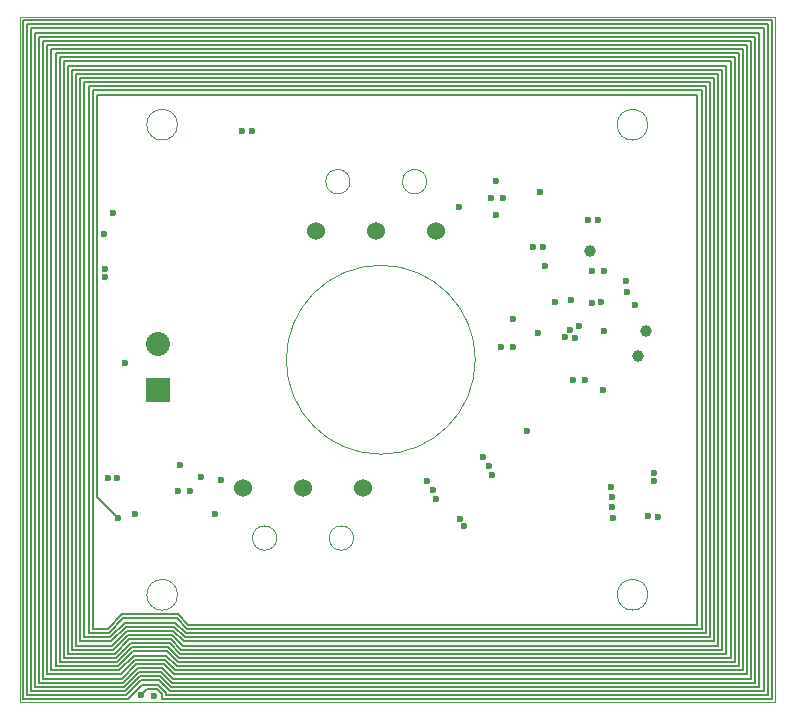
<source format=gbr>
%TF.GenerationSoftware,KiCad,Pcbnew,5.0.2-bee76a0~70~ubuntu18.04.1*%
%TF.CreationDate,2020-02-29T17:25:56-08:00*%
%TF.ProjectId,ypanel,7970616e-656c-42e6-9b69-6361645f7063,rev?*%
%TF.SameCoordinates,Original*%
%TF.FileFunction,Copper,L3,Inr*%
%TF.FilePolarity,Positive*%
%FSLAX46Y46*%
G04 Gerber Fmt 4.6, Leading zero omitted, Abs format (unit mm)*
G04 Created by KiCad (PCBNEW 5.0.2-bee76a0~70~ubuntu18.04.1) date Sat 29 Feb 2020 05:25:56 PM PST*
%MOMM*%
%LPD*%
G01*
G04 APERTURE LIST*
%ADD10C,0.100000*%
%ADD11C,0.050000*%
%ADD12C,2.032000*%
%ADD13R,2.032000X2.032000*%
%ADD14C,1.000000*%
%ADD15C,1.524000*%
%ADD16C,0.600000*%
%ADD17C,0.190000*%
G04 APERTURE END LIST*
D10*
X151587000Y-99000001D02*
G75*
G03X151587000Y-99000001I-8000000J0D01*
G01*
X134779564Y-114100000D02*
G75*
G03X134779564Y-114100000I-1029564J0D01*
G01*
X141279564Y-114100000D02*
G75*
G03X141279564Y-114100000I-1029564J0D01*
G01*
X126375000Y-118900000D02*
G75*
G03X126375000Y-118900000I-1300000J0D01*
G01*
X140979564Y-83920436D02*
G75*
G03X140979564Y-83920436I-1029564J0D01*
G01*
X147479564Y-83920436D02*
G75*
G03X147479564Y-83920436I-1029564J0D01*
G01*
X176975000Y-70000000D02*
X176975000Y-128000000D01*
X166200000Y-118900000D02*
G75*
G03X166200000Y-118900000I-1300000J0D01*
G01*
D11*
X126372800Y-79100000D02*
G75*
G03X126372800Y-79100000I-1300000J0D01*
G01*
D10*
X166195000Y-79102480D02*
G75*
G03X166195000Y-79102480I-1300000J0D01*
G01*
X176975000Y-70000000D02*
X113000000Y-70000000D01*
X113000000Y-128000000D02*
X176975000Y-128000000D01*
X113000000Y-70000000D02*
X113000000Y-128000000D01*
D12*
X124764800Y-97691060D03*
D13*
X124764800Y-101546660D03*
D14*
X161267720Y-89773460D03*
X166000000Y-96550000D03*
X165350000Y-98650000D03*
D15*
X142080000Y-109900000D03*
X137000000Y-109900000D03*
X131920000Y-109900000D03*
X148300000Y-88100000D03*
X143200000Y-88100000D03*
X138100000Y-88100000D03*
D16*
X150197820Y-86072980D03*
X159634500Y-96507000D03*
X160900000Y-100750000D03*
X160350000Y-96150000D03*
X159200000Y-97050000D03*
X160050000Y-97150000D03*
X158295807Y-94129012D03*
X163220400Y-112369600D03*
X161450000Y-94200000D03*
X150650000Y-113100000D03*
X150300000Y-112450000D03*
X161450000Y-91500000D03*
X165100000Y-94350000D03*
X164350000Y-92300000D03*
X154750000Y-97900000D03*
X153750000Y-97950000D03*
X121900000Y-99250000D03*
X128400000Y-108900000D03*
X130050000Y-109150000D03*
X122800000Y-112050000D03*
X131800000Y-79600000D03*
X132650000Y-79600000D03*
X120200000Y-91300000D03*
X120200000Y-92000000D03*
X120500000Y-109000000D03*
X121250000Y-109000000D03*
X152250000Y-107250000D03*
X152750000Y-108000000D03*
X153000000Y-108750000D03*
X147500000Y-109250000D03*
X148000000Y-110000000D03*
X148250000Y-110750000D03*
X159850000Y-100750000D03*
X162250000Y-94150000D03*
X157483120Y-91084100D03*
X163200000Y-111500000D03*
X126450000Y-110150000D03*
X155950000Y-105000000D03*
X126600000Y-107950000D03*
X157050000Y-84800000D03*
X156876844Y-96740660D03*
X162450000Y-91500000D03*
X154750000Y-95550000D03*
X163200000Y-110650000D03*
X129550000Y-112050000D03*
X127400000Y-110150000D03*
X163100000Y-109750000D03*
X166200000Y-112250000D03*
X153340597Y-83865157D03*
X161100000Y-87150000D03*
X166700000Y-109300000D03*
X161950000Y-87150000D03*
X166700000Y-108550000D03*
X167100000Y-112300000D03*
X153339000Y-86767200D03*
X124400000Y-127450000D03*
X123250000Y-127400000D03*
X121300000Y-112395000D03*
X120142000Y-88392000D03*
X120950000Y-86550000D03*
X152894500Y-85332100D03*
X153897800Y-85332100D03*
X162450000Y-96600000D03*
X162400000Y-101550000D03*
X159670844Y-93971156D03*
X164400000Y-93250000D03*
X157361200Y-89420400D03*
X156497600Y-89420400D03*
D17*
X115700000Y-125300000D02*
X115700000Y-72700000D01*
X170400000Y-76550000D02*
X170400000Y-121450000D01*
X119550000Y-76550000D02*
X170400000Y-76550000D01*
X121450000Y-72000000D02*
X121500000Y-72000000D01*
X129650000Y-73050000D02*
X173900000Y-73050000D01*
X129550000Y-73050000D02*
X129650000Y-73050000D01*
X173900000Y-124950000D02*
X126300000Y-124950000D01*
X120650000Y-72700000D02*
X120800000Y-72700000D01*
X119450000Y-73400000D02*
X120100000Y-73400000D01*
X129200000Y-72700000D02*
X129350000Y-72700000D01*
X129350000Y-72700000D02*
X120650000Y-72700000D01*
X115700000Y-72700000D02*
X120650000Y-72700000D01*
X170400000Y-121450000D02*
X127300000Y-121450000D01*
X173900000Y-73050000D02*
X173900000Y-124950000D01*
X123800000Y-126850000D02*
X123250000Y-127400000D01*
X124600000Y-126850000D02*
X123800000Y-126850000D01*
X125050000Y-127300000D02*
X124600000Y-126850000D01*
X176622010Y-127727990D02*
X125050000Y-127727990D01*
X125800000Y-126700000D02*
X124900000Y-125800000D01*
X176702990Y-127697010D02*
X176652990Y-127697010D01*
X176702990Y-126802990D02*
X176702990Y-127697010D01*
X125400000Y-127400000D02*
X125400000Y-127200000D01*
X176700000Y-70272010D02*
X176700000Y-126800000D01*
X113272010Y-70272010D02*
X176700000Y-70272010D01*
X176700000Y-126800000D02*
X176702990Y-126802990D01*
X113272010Y-127727990D02*
X113272010Y-70272010D01*
X124700000Y-126500000D02*
X123400000Y-126500000D01*
X122050000Y-127400000D02*
X113600000Y-127400000D01*
X124800000Y-126150000D02*
X123300000Y-126150000D01*
X125700000Y-127050000D02*
X124800000Y-126150000D01*
X176000000Y-127050000D02*
X125700000Y-127050000D01*
X125400000Y-127200000D02*
X124700000Y-126500000D01*
X176000000Y-70950000D02*
X176000000Y-127050000D01*
X113950000Y-70950000D02*
X176000000Y-70950000D01*
X113950000Y-127050000D02*
X113950000Y-70950000D01*
X124900000Y-125800000D02*
X123200000Y-125800000D01*
X175650000Y-71300000D02*
X175650000Y-126700000D01*
X176652990Y-127697010D02*
X176622010Y-127727990D01*
X121850000Y-126700000D02*
X114300000Y-126700000D01*
X122172010Y-127727990D02*
X113272010Y-127727990D01*
X176350000Y-70600000D02*
X176350000Y-127400000D01*
X123200000Y-125800000D02*
X121950000Y-127050000D01*
X113600000Y-127400000D02*
X113600000Y-70600000D01*
X123100000Y-125450000D02*
X121850000Y-126700000D01*
X174950000Y-72000000D02*
X174950000Y-126000000D01*
X125900000Y-126350000D02*
X125000000Y-125450000D01*
X123300000Y-126150000D02*
X122050000Y-127400000D01*
X125000000Y-125450000D02*
X123100000Y-125450000D01*
X176350000Y-127400000D02*
X125400000Y-127400000D01*
X113600000Y-70600000D02*
X176350000Y-70600000D01*
X125100000Y-125100000D02*
X123000000Y-125100000D01*
X175300000Y-71650000D02*
X175300000Y-126350000D01*
X121950000Y-127050000D02*
X113950000Y-127050000D01*
X114650000Y-71650000D02*
X175300000Y-71650000D01*
X123000000Y-125100000D02*
X121750000Y-126350000D01*
X114300000Y-126700000D02*
X114300000Y-71300000D01*
X175650000Y-126700000D02*
X125800000Y-126700000D01*
X123400000Y-126500000D02*
X122172010Y-127727990D01*
X114300000Y-71300000D02*
X175650000Y-71300000D01*
X175300000Y-126350000D02*
X125900000Y-126350000D01*
X125050000Y-127727990D02*
X125050000Y-127300000D01*
X114650000Y-126350000D02*
X114650000Y-71650000D01*
X121750000Y-126350000D02*
X114650000Y-126350000D01*
X174950000Y-126000000D02*
X126000000Y-126000000D01*
X126000000Y-126000000D02*
X125100000Y-125100000D01*
X121450000Y-72000000D02*
X174950000Y-72000000D01*
X115000000Y-72000000D02*
X121450000Y-72000000D01*
X122900000Y-124750000D02*
X121650000Y-126000000D01*
X174600000Y-125650000D02*
X126100000Y-125650000D01*
X174600000Y-72350000D02*
X174600000Y-125650000D01*
X115350000Y-72350000D02*
X174600000Y-72350000D01*
X126100000Y-125650000D02*
X125200000Y-124750000D01*
X115350000Y-125650000D02*
X115350000Y-72350000D01*
X115000000Y-126000000D02*
X115000000Y-72000000D01*
X121650000Y-126000000D02*
X115000000Y-126000000D01*
X121550000Y-125650000D02*
X115350000Y-125650000D01*
X125200000Y-124750000D02*
X122900000Y-124750000D01*
X126200000Y-125300000D02*
X125300000Y-124400000D01*
X122800000Y-124400000D02*
X121550000Y-125650000D01*
X125300000Y-124400000D02*
X122800000Y-124400000D01*
X174250000Y-125300000D02*
X126200000Y-125300000D01*
X174250000Y-72700000D02*
X174250000Y-125300000D01*
X129350000Y-72700000D02*
X174250000Y-72700000D01*
X115700000Y-125300000D02*
X121450000Y-125300000D01*
X121450000Y-125300000D02*
X122700000Y-124050000D01*
X125400000Y-124050000D02*
X126300000Y-124950000D01*
X122700000Y-124050000D02*
X125400000Y-124050000D01*
X120450000Y-73050000D02*
X129650000Y-73050000D01*
X116050000Y-73050000D02*
X120450000Y-73050000D01*
X121350000Y-124950000D02*
X116050000Y-124950000D01*
X122600000Y-123700000D02*
X121350000Y-124950000D01*
X125500000Y-123700000D02*
X122600000Y-123700000D01*
X126400000Y-124600000D02*
X125500000Y-123700000D01*
X173550000Y-124600000D02*
X126400000Y-124600000D01*
X173550000Y-73400000D02*
X173550000Y-124600000D01*
X116050000Y-124950000D02*
X116050000Y-73050000D01*
X119450000Y-73400000D02*
X173550000Y-73400000D01*
X121250000Y-124600000D02*
X116400000Y-124600000D01*
X122500000Y-123350000D02*
X121250000Y-124600000D01*
X125600000Y-123350000D02*
X122500000Y-123350000D01*
X126500000Y-124250000D02*
X125600000Y-123350000D01*
X173200000Y-124250000D02*
X126500000Y-124250000D01*
X116750000Y-73750000D02*
X173200000Y-73750000D01*
X116750000Y-124250000D02*
X116750000Y-73750000D01*
X121150000Y-124250000D02*
X116750000Y-124250000D01*
X125700000Y-123000000D02*
X122400000Y-123000000D01*
X172850000Y-123900000D02*
X126600000Y-123900000D01*
X117100000Y-74100000D02*
X172850000Y-74100000D01*
X118500000Y-122500000D02*
X118500000Y-75500000D01*
X172500000Y-123550000D02*
X126700000Y-123550000D01*
X125900000Y-122300000D02*
X122200000Y-122300000D01*
X126800000Y-123200000D02*
X125900000Y-122300000D01*
X117450000Y-74450000D02*
X172500000Y-74450000D01*
X117800000Y-123200000D02*
X117800000Y-74800000D01*
X126600000Y-123900000D02*
X125700000Y-123000000D01*
X125800000Y-122650000D02*
X122300000Y-122650000D01*
X173200000Y-73750000D02*
X173200000Y-124250000D01*
X172150000Y-123200000D02*
X126800000Y-123200000D01*
X126000000Y-121950000D02*
X122100000Y-121950000D01*
X122400000Y-123000000D02*
X121150000Y-124250000D01*
X119200000Y-121800000D02*
X119200000Y-76200000D01*
X126900000Y-122850000D02*
X126000000Y-121950000D01*
X122100000Y-121950000D02*
X120850000Y-123200000D01*
X126200000Y-121250000D02*
X121900000Y-121250000D01*
X118150000Y-75150000D02*
X171800000Y-75150000D01*
X118150000Y-122850000D02*
X118150000Y-75150000D01*
X120750000Y-122850000D02*
X118150000Y-122850000D01*
X172500000Y-74450000D02*
X172500000Y-123550000D01*
X126100000Y-121600000D02*
X122000000Y-121600000D01*
X170750000Y-121800000D02*
X127200000Y-121800000D01*
X171450000Y-122500000D02*
X127000000Y-122500000D01*
X118500000Y-75500000D02*
X171450000Y-75500000D01*
X117450000Y-123550000D02*
X117450000Y-74450000D01*
X170750000Y-76200000D02*
X170750000Y-121800000D01*
X120650000Y-122500000D02*
X118500000Y-122500000D01*
X116400000Y-73400000D02*
X119450000Y-73400000D01*
X117100000Y-123900000D02*
X117100000Y-74100000D01*
X127000000Y-122500000D02*
X126100000Y-121600000D01*
X171450000Y-75500000D02*
X171450000Y-122500000D01*
X122300000Y-122650000D02*
X121050000Y-123900000D01*
X121900000Y-121250000D02*
X120650000Y-122500000D01*
X117800000Y-74800000D02*
X172150000Y-74800000D01*
X122200000Y-122300000D02*
X120950000Y-123550000D01*
X116400000Y-124600000D02*
X116400000Y-73400000D01*
X122000000Y-121600000D02*
X120750000Y-122850000D01*
X171800000Y-122850000D02*
X126900000Y-122850000D01*
X171800000Y-75150000D02*
X171800000Y-122850000D01*
X121050000Y-123900000D02*
X117100000Y-123900000D01*
X127100000Y-122150000D02*
X126200000Y-121250000D01*
X171100000Y-122150000D02*
X127100000Y-122150000D01*
X120550000Y-122150000D02*
X118850000Y-122150000D01*
X172150000Y-74800000D02*
X172150000Y-123200000D01*
X118850000Y-75850000D02*
X171100000Y-75850000D01*
X120850000Y-123200000D02*
X117800000Y-123200000D01*
X118850000Y-122150000D02*
X118850000Y-75850000D01*
X121800000Y-120900000D02*
X120550000Y-122150000D01*
X119200000Y-76200000D02*
X170750000Y-76200000D01*
X120950000Y-123550000D02*
X117450000Y-123550000D01*
X171100000Y-75850000D02*
X171100000Y-122150000D01*
X126300000Y-120900000D02*
X121800000Y-120900000D01*
X126700000Y-123550000D02*
X125800000Y-122650000D01*
X172850000Y-74100000D02*
X172850000Y-123900000D01*
X127200000Y-121800000D02*
X126300000Y-120900000D01*
X119200000Y-121800000D02*
X120450000Y-121800000D01*
X120450000Y-121800000D02*
X121700000Y-120550000D01*
X126400000Y-120550000D02*
X127300000Y-121450000D01*
X121700000Y-120550000D02*
X126400000Y-120550000D01*
X119550000Y-110645000D02*
X121300000Y-112395000D01*
X119550000Y-76550000D02*
X119550000Y-110645000D01*
M02*

</source>
